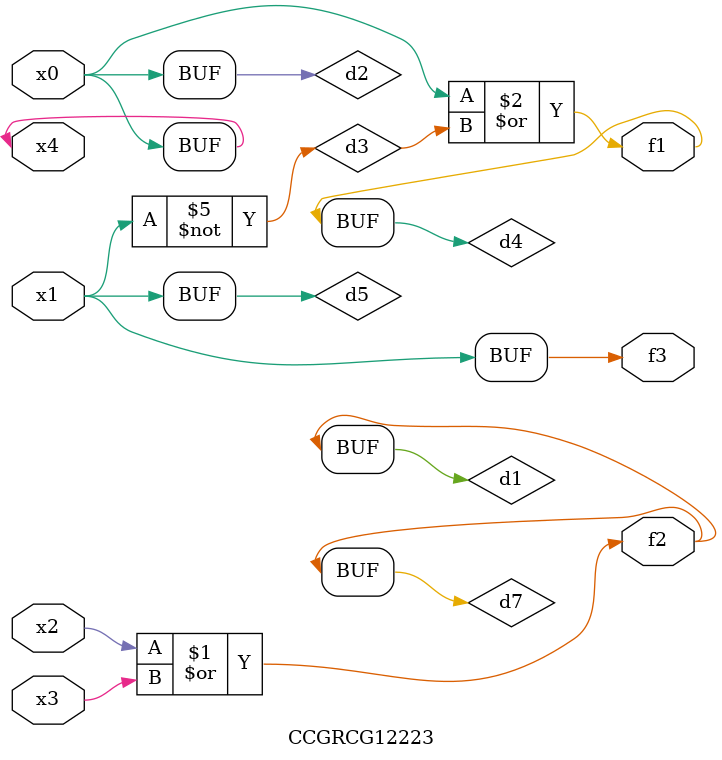
<source format=v>
module CCGRCG12223(
	input x0, x1, x2, x3, x4,
	output f1, f2, f3
);

	wire d1, d2, d3, d4, d5, d6, d7;

	or (d1, x2, x3);
	buf (d2, x0, x4);
	not (d3, x1);
	or (d4, d2, d3);
	not (d5, d3);
	nand (d6, d1, d3);
	or (d7, d1);
	assign f1 = d4;
	assign f2 = d7;
	assign f3 = d5;
endmodule

</source>
